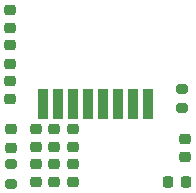
<source format=gbr>
%TF.GenerationSoftware,KiCad,Pcbnew,8.0.2-1*%
%TF.CreationDate,2024-05-28T17:37:15-06:00*%
%TF.ProjectId,magicreceiver,6d616769-6372-4656-9365-697665722e6b,rev?*%
%TF.SameCoordinates,Original*%
%TF.FileFunction,Soldermask,Bot*%
%TF.FilePolarity,Negative*%
%FSLAX46Y46*%
G04 Gerber Fmt 4.6, Leading zero omitted, Abs format (unit mm)*
G04 Created by KiCad (PCBNEW 8.0.2-1) date 2024-05-28 17:37:15*
%MOMM*%
%LPD*%
G01*
G04 APERTURE LIST*
G04 Aperture macros list*
%AMRoundRect*
0 Rectangle with rounded corners*
0 $1 Rounding radius*
0 $2 $3 $4 $5 $6 $7 $8 $9 X,Y pos of 4 corners*
0 Add a 4 corners polygon primitive as box body*
4,1,4,$2,$3,$4,$5,$6,$7,$8,$9,$2,$3,0*
0 Add four circle primitives for the rounded corners*
1,1,$1+$1,$2,$3*
1,1,$1+$1,$4,$5*
1,1,$1+$1,$6,$7*
1,1,$1+$1,$8,$9*
0 Add four rect primitives between the rounded corners*
20,1,$1+$1,$2,$3,$4,$5,0*
20,1,$1+$1,$4,$5,$6,$7,0*
20,1,$1+$1,$6,$7,$8,$9,0*
20,1,$1+$1,$8,$9,$2,$3,0*%
G04 Aperture macros list end*
%ADD10RoundRect,0.225000X0.250000X-0.225000X0.250000X0.225000X-0.250000X0.225000X-0.250000X-0.225000X0*%
%ADD11RoundRect,0.225000X-0.250000X0.225000X-0.250000X-0.225000X0.250000X-0.225000X0.250000X0.225000X0*%
%ADD12RoundRect,0.225000X-0.225000X-0.250000X0.225000X-0.250000X0.225000X0.250000X-0.225000X0.250000X0*%
%ADD13R,0.950000X2.500000*%
%ADD14RoundRect,0.200000X-0.275000X0.200000X-0.275000X-0.200000X0.275000X-0.200000X0.275000X0.200000X0*%
G04 APERTURE END LIST*
D10*
%TO.C,C10*%
X118567200Y-155956600D03*
X118567200Y-154406600D03*
%TD*%
D11*
%TO.C,C13*%
X116382800Y-147357800D03*
X116382800Y-148907800D03*
%TD*%
%TO.C,C6*%
X121666000Y-157403800D03*
X121666000Y-158953800D03*
%TD*%
D10*
%TO.C,C4*%
X131165600Y-156832600D03*
X131165600Y-155282600D03*
%TD*%
D12*
%TO.C,C3*%
X129730200Y-158953200D03*
X131280200Y-158953200D03*
%TD*%
D10*
%TO.C,C14*%
X116382400Y-145910600D03*
X116382400Y-144360600D03*
%TD*%
D11*
%TO.C,C11*%
X118567200Y-157416800D03*
X118567200Y-158966800D03*
%TD*%
D13*
%TO.C,J2*%
X128056400Y-152342000D03*
X126786400Y-152342000D03*
X125516400Y-152342000D03*
X124246400Y-152342000D03*
X122976400Y-152342000D03*
X121706400Y-152342000D03*
X120436400Y-152342000D03*
X119166400Y-152342000D03*
%TD*%
D10*
%TO.C,C7*%
X120116600Y-158953800D03*
X120116600Y-157403800D03*
%TD*%
D14*
%TO.C,R4*%
X116433600Y-157417000D03*
X116433600Y-159067000D03*
%TD*%
D10*
%TO.C,C8*%
X121666000Y-155956600D03*
X121666000Y-154406600D03*
%TD*%
D14*
%TO.C,R6*%
X130911600Y-151016200D03*
X130911600Y-152666200D03*
%TD*%
D11*
%TO.C,C5*%
X116433600Y-154456800D03*
X116433600Y-156006800D03*
%TD*%
%TO.C,C12*%
X116382400Y-150355000D03*
X116382400Y-151905000D03*
%TD*%
D10*
%TO.C,C9*%
X120116600Y-155956600D03*
X120116600Y-154406600D03*
%TD*%
M02*

</source>
